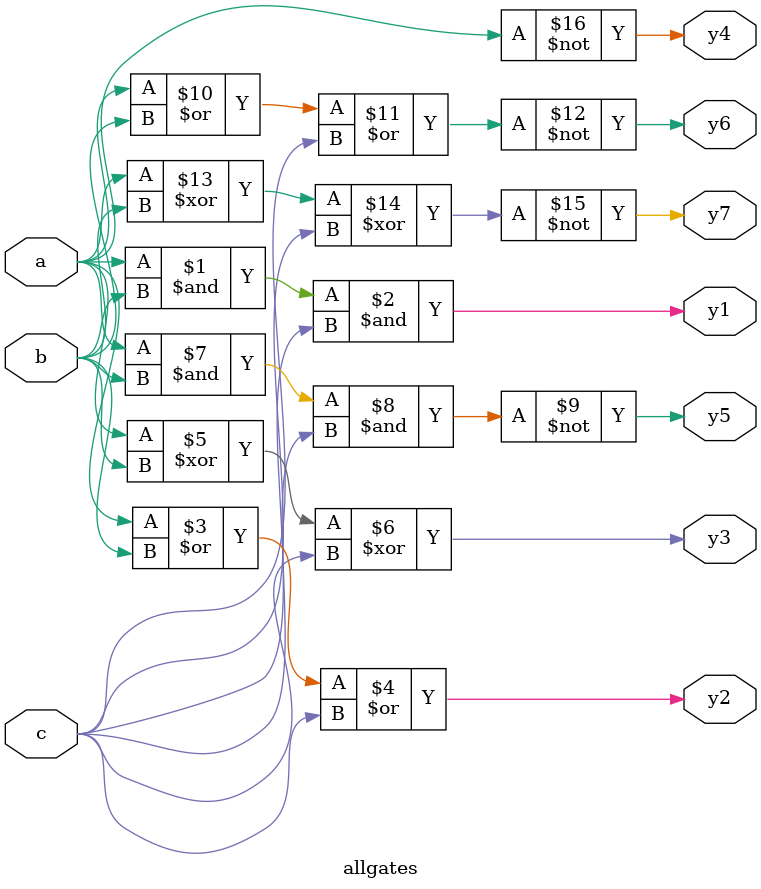
<source format=v>
module allgates(a,b,c,y1,y2,y3,y4,y5,y6,y7);
input a,b,c;
output y1,y2,y3,y4,y5,y6,y7;
and x1(y1,a,b,c);
or x2(y2,a,b,c);
xor x3(y3,a,b,c);
not x4(y4,a);
nand x5(y5,a,b,c);
nor x6(y6,a,b,c); 
xnor x7(y7,a,b,c);
endmodule

</source>
